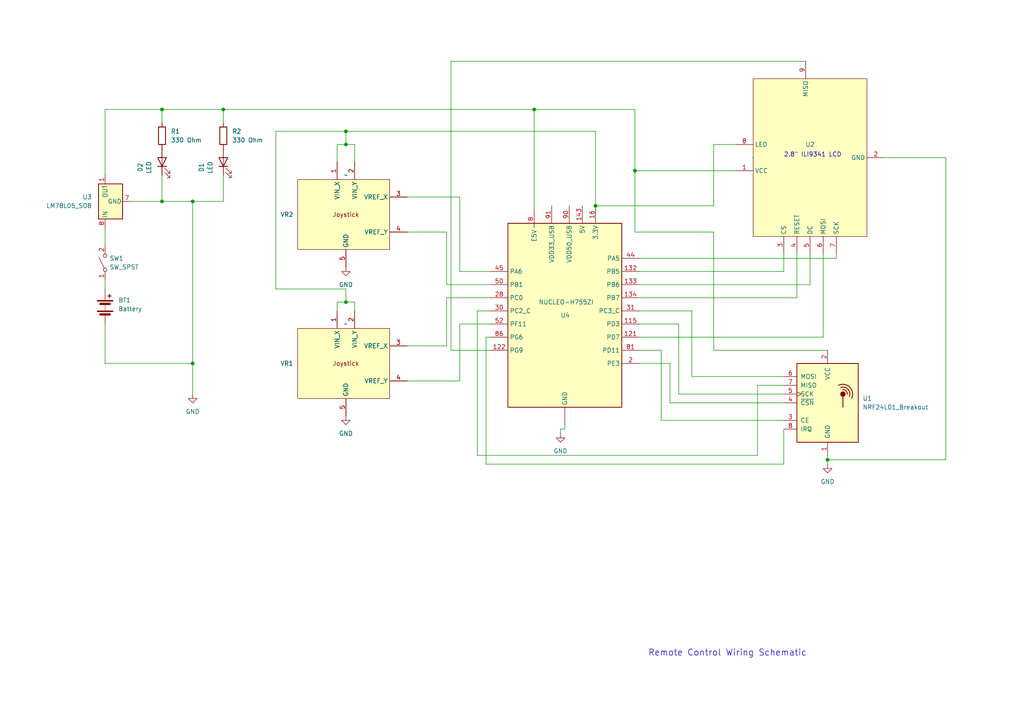
<source format=kicad_sch>
(kicad_sch (version 20230121) (generator eeschema)
  (paper "A4")
  (lib_symbols
    (symbol "Device:Battery" (pin_numbers hide) (pin_names (offset 0) hide)
      (property "Reference" "BT" (at 2.54 2.54 0))
      (property "Value" "Battery" (at 2.54 0 0))
      (symbol "Battery_0_1"
        (rectangle (start -2.286 -1.27) (end 2.286 -1.524) (fill (type outline)))
        (rectangle (start -2.286 1.778) (end 2.286 1.524) (fill (type outline)))
        (rectangle (start -1.524 -2.032) (end 1.524 -2.54) (fill (type outline)))
        (rectangle (start -1.524 1.016) (end 1.524 0.508) (fill (type outline)))
        (polyline (pts (xy 0 -1.016) (xy 0 -0.762)))
        (polyline (pts (xy 0 -0.508) (xy 0 -0.254)))
        (polyline (pts (xy 0 0) (xy 0 0.254)))
        (polyline (pts (xy 0 1.778) (xy 0 2.54)))
        (polyline (pts (xy 0.762 3.048) (xy 1.778 3.048)) (stroke (width 0.254)))
        (polyline (pts (xy 1.27 3.556) (xy 1.27 2.54)) (stroke (width 0.254)))
      )
      (symbol "Battery_1_1"
        (pin passive line (at 0 5.08 270) (length 2.54) (name "+") (number "1"))
        (pin passive line (at 0 -5.08 90) (length 2.54) (name "-") (number "2"))
      )
    )
    (symbol "Device:LED" (pin_numbers hide) (pin_names (offset 1.016) hide)
      (property "Reference" "D" (at 0 2.54 0))
      (property "Value" "LED" (at 0 -2.54 0))
      (symbol "LED_0_1"
        (polyline (pts (xy -1.27 -1.27) (xy -1.27 1.27)) (stroke (width 0.254)))
        (polyline (pts (xy -1.27 0) (xy 1.27 0)))
        (polyline (pts (xy 1.27 -1.27) (xy 1.27 1.27) (xy -1.27 0) (xy 1.27 -1.27)) (stroke (width 0.254)))
        (polyline (pts (xy -3.048 -0.762) (xy -4.572 -2.286) (xy -3.81 -2.286) (xy -4.572 -2.286) (xy -4.572 -1.524)))
        (polyline (pts (xy -1.778 -0.762) (xy -3.302 -2.286) (xy -2.54 -2.286) (xy -3.302 -2.286) (xy -3.302 -1.524)))
      )
      (symbol "LED_1_1"
        (pin passive line (at -3.81 0 0) (length 2.54) (name "K") (number "1"))
        (pin passive line (at 3.81 0 180) (length 2.54) (name "A") (number "2"))
      )
    )
    (symbol "Device:R" (pin_numbers hide) (pin_names (offset 0))
      (property "Reference" "R" (at 2.032 0 90))
      (property "Value" "R" (at 0 0 90))
      (symbol "R_0_1"
        (rectangle (start -1.016 -2.54) (end 1.016 2.54) (stroke (width 0.254)))
      )
      (symbol "R_1_1"
        (pin passive line (at 0 3.81 270) (length 1.27) (name "~") (number "1"))
        (pin passive line (at 0 -3.81 90) (length 1.27) (name "~") (number "2"))
      )
    )
    (symbol "RF:NRF24L01_Breakout" (pin_names (offset 1.016))
      (property "Reference" "U" (at -8.89 12.7 0))
      (property "Value" "NRF24L01_Breakout" (at 3.81 12.7 0))
      (symbol "NRF24L01_Breakout_0_1"
        (rectangle (start -8.89 11.43) (end 8.89 -11.43) (stroke (width 0.254)) (fill (type background)))
        (polyline (pts (xy 4.445 1.905) (xy 4.445 -1.27)) (stroke (width 0.254)))
        (circle (center 4.445 2.54) (radius 0.635) (stroke (width 0.254)) (fill (type outline)))
        (arc (start 5.715 2.54) (mid 5.3521 3.4546) (end 4.445 3.81) (stroke (width 0.254)))
        (arc (start 6.35 1.905) (mid 5.8763 3.9854) (end 3.81 4.445) (stroke (width 0.254)))
        (arc (start 6.985 1.27) (mid 6.453 4.548) (end 3.175 5.08) (stroke (width 0.254)))
      )
      (symbol "NRF24L01_Breakout_1_1"
        (pin power_in line (at 0 -15.24 90) (length 3.81) (name "GND") (number "1"))
        (pin power_in line (at 0 15.24 270) (length 3.81) (name "VCC") (number "2"))
        (pin input line (at -12.7 -5.08 0) (length 3.81) (name "CE") (number "3"))
        (pin input line (at -12.7 0 0) (length 3.81) (name "~{CSN}") (number "4"))
        (pin input clock (at -12.7 2.54 0) (length 3.81) (name "SCK") (number "5"))
        (pin input line (at -12.7 7.62 0) (length 3.81) (name "MOSI") (number "6"))
        (pin output line (at -12.7 5.08 0) (length 3.81) (name "MISO") (number "7"))
        (pin output line (at -12.7 -7.62 0) (length 3.81) (name "IRQ") (number "8"))
      )
    )
    (symbol "Regulator_Linear:LM78L05_SO8" (pin_names (offset 0.254))
      (property "Reference" "U" (at -3.81 3.175 0))
      (property "Value" "LM78L05_SO8" (at 0 3.175 0))
      (symbol "LM78L05_SO8_0_1"
        (rectangle (start -5.08 1.905) (end 5.08 -5.08) (stroke (width 0.254)) (fill (type background)))
      )
      (symbol "LM78L05_SO8_1_1"
        (pin power_out line (at 7.62 0 180) (length 2.54) (name "OUT") (number "1"))
        (pin passive line (at 0 -7.62 90) (length 2.54) hide (name "GND") (number "2"))
        (pin passive line (at 0 -7.62 90) (length 2.54) hide (name "GND") (number "3"))
        (pin no_connect line (at -5.08 -2.54 0) (length 2.54) hide (name "NC") (number "4"))
        (pin no_connect line (at 5.08 -2.54 180) (length 2.54) hide (name "NC") (number "5"))
        (pin passive line (at 0 -7.62 90) (length 2.54) hide (name "GND") (number "6"))
        (pin power_in line (at 0 -7.62 90) (length 2.54) (name "GND") (number "7"))
        (pin power_in line (at -7.62 0 0) (length 2.54) (name "IN") (number "8"))
      )
    )
    (symbol "SP_Library:2.8_ILI9341_LCD"
      (property "Reference" "U2" (at 0 -10.16 90))
      (property "Value" "~" (at 0 12.7 0))
      (symbol "2.8_ILI9341_LCD_1_1"
        (rectangle (start -22.86 12.7) (end 22.86 -20.32) (fill (type background)))
        (pin power_in line (at -3.81 17.78 270) (length 5.08) (name "VCC") (number "1"))
        (pin power_in line (at 0 -25.4 90) (length 5.08) (name "GND") (number "2"))
        (pin input line (at -27.94 3.81 0) (length 5.08) (name "CS") (number "3"))
        (pin input line (at -27.94 0 0) (length 5.08) (name "RESET") (number "4"))
        (pin input line (at -27.94 -3.81 0) (length 5.08) (name "DC") (number "5"))
        (pin input line (at -27.94 -7.62 0) (length 5.08) (name "MOSI") (number "6"))
        (pin input line (at -27.94 -11.43 0) (length 5.08) (name "SCK") (number "7"))
        (pin power_in line (at 3.81 17.78 270) (length 5.08) (name "LED") (number "8"))
        (pin output line (at 27.94 -2.54 180) (length 5.08) (name "MISO") (number "9"))
      )
    )
    (symbol "SP_Library:Joystick"
      (property "Reference" "VR" (at 0 0 0))
      (symbol "Joystick_1_1"
        (rectangle (start -13.97 -1.27) (end 12.7 -21.59) (fill (type background)))
        (text "Joystick" (at 0 -11.43 0) (effects (font (size 1.27 1.27))))
        (pin power_in line (at -2.54 3.81 270) (length 5.08) (name "VIN_X") (number "1"))
        (pin power_in line (at 2.54 3.81 270) (length 5.08) (name "VIN_Y") (number "2"))
        (pin output line (at 17.78 -6.35 180) (length 5.08) (name "VREF_X") (number "3"))
        (pin output line (at 17.78 -16.51 180) (length 5.08) (name "VREF_Y") (number "4"))
        (pin power_in line (at 0 -26.67 90) (length 5.08) (name "GND") (number "5"))
      )
    )
    (symbol "SP_Library:NUCLEO-H755ZI_RC"
      (property "Reference" "U" (at -16.51 30.48 0))
      (property "Value" "NUCLEO-H755ZI" (at -8.89 7.62 0))
      (symbol "NUCLEO-H755ZI_RC_0_1"
        (rectangle (start -16.51 26.67) (end 16.51 -26.67) (stroke (width 0.254)) (fill (type background)))
      )
      (symbol "NUCLEO-H755ZI_RC_1_1"
        (pin power_in line (at 0 -31.75 90) (length 5.08) (name "GND") (number ""))
        (pin bidirectional line (at 21.59 -2.54 180) (length 5.08) (name "PD3") (number "115"))
        (pin bidirectional line (at 21.59 -6.35 180) (length 5.08) (name "PD7") (number "121"))
        (pin bidirectional line (at -21.59 -10.16 0) (length 5.08) (name "PG9") (number "122"))
        (pin bidirectional line (at 21.59 12.7 180) (length 5.08) (name "PB5") (number "132"))
        (pin bidirectional line (at 21.59 8.89 180) (length 5.08) (name "PB6") (number "133"))
        (pin bidirectional line (at 21.59 5.08 180) (length 5.08) (name "PB7") (number "134"))
        (pin power_out line (at 5.08 31.75 270) (length 5.08) (name "5V") (number "143"))
        (pin power_out line (at 8.89 31.75 270) (length 5.08) (name "3.3V") (number "16"))
        (pin bidirectional line (at 21.59 -13.97 180) (length 5.08) (name "PE3") (number "2"))
        (pin bidirectional line (at -21.59 5.08 0) (length 5.08) (name "PC0") (number "28"))
        (pin bidirectional line (at -21.59 1.27 0) (length 5.08) (name "PC2_C") (number "30"))
        (pin bidirectional line (at 21.59 1.27 180) (length 5.08) (name "PC3_C") (number "31"))
        (pin bidirectional line (at 21.59 16.51 180) (length 5.08) (name "PA5") (number "44"))
        (pin bidirectional line (at -21.59 12.7 0) (length 5.08) (name "PA6") (number "45"))
        (pin bidirectional line (at -21.59 8.89 0) (length 5.08) (name "PB1") (number "50"))
        (pin bidirectional line (at -21.59 -2.54 0) (length 5.08) (name "PF11") (number "52"))
        (pin power_in line (at -8.89 30.48 270) (length 5.08) (name "E5V") (number "8"))
        (pin bidirectional line (at 21.59 -10.16 180) (length 5.08) (name "PD11") (number "81"))
        (pin bidirectional line (at -21.59 -6.35 0) (length 5.08) (name "PG6") (number "86"))
        (pin power_in line (at 1.27 31.75 270) (length 5.08) (name "VDD50_USB") (number "90"))
        (pin power_in line (at -3.81 31.75 270) (length 5.08) (name "VDD33_USB") (number "91"))
      )
    )
    (symbol "Switch:SW_SPST" (pin_names (offset 0) hide)
      (property "Reference" "SW" (at 0 3.175 0))
      (property "Value" "SW_SPST" (at 0 -2.54 0))
      (symbol "SW_SPST_0_0"
        (circle (center -2.032 0) (radius 0.508))
        (polyline (pts (xy -1.524 0.254) (xy 1.524 1.778)))
        (circle (center 2.032 0) (radius 0.508))
      )
      (symbol "SW_SPST_1_1"
        (pin passive line (at -5.08 0 0) (length 2.54) (name "A") (number "1"))
        (pin passive line (at 5.08 0 180) (length 2.54) (name "B") (number "2"))
      )
    )
    (symbol "power:GND" (power) (pin_names (offset 0))
      (property "Value" "GND" (at 0 -3.81 0))
      (symbol "GND_0_1"
        (polyline (pts (xy 0 0) (xy 0 -1.27) (xy 1.27 -1.27) (xy 0 -2.54) (xy -1.27 -1.27) (xy 0 -1.27)))
      )
      (symbol "GND_1_1"
        (pin power_in line (at 0 0 270) (length 0) hide (name "GND") (number "1"))
      )
    )
  )
  (junction (at 46.99 31.75))
  (junction (at 240.03 133.35))
  (junction (at 55.88 105.41))
  (junction (at 46.99 58.42))
  (junction (at 100.33 41.91))
  (junction (at 64.77 31.75))
  (junction (at 154.94 31.75))
  (junction (at 100.33 38.1))
  (junction (at 184.15 49.53))
  (junction (at 172.72 59.69))
  (junction (at 100.33 87.63))
  (junction (at 55.88 58.42))
  (wire (pts (xy 133.35 78.74) (xy 142.24 78.74)))
  (wire (pts (xy 46.99 31.75) (xy 46.99 35.56)))
  (wire (pts (xy 200.66 90.17) (xy 185.42 90.17)))
  (wire (pts (xy 30.48 31.75) (xy 30.48 50.8)))
  (wire (pts (xy 184.15 67.31) (xy 184.15 49.53)))
  (wire (pts (xy 184.15 49.53) (xy 184.15 31.75)))
  (wire (pts (xy 162.56 124.46) (xy 162.56 125.73)))
  (wire (pts (xy 80.01 38.1) (xy 80.01 83.82)))
  (wire (pts (xy 238.76 97.79) (xy 238.76 73.66)))
  (wire (pts (xy 200.66 109.22) (xy 200.66 90.17)))
  (wire (pts (xy 231.14 86.36) (xy 231.14 73.66)))
  (wire (pts (xy 172.72 59.69) (xy 207.01 59.69)))
  (wire (pts (xy 118.11 67.31) (xy 129.54 67.31)))
  (wire (pts (xy 97.79 46.99) (xy 97.79 41.91)))
  (wire (pts (xy 207.01 101.6) (xy 240.03 101.6)))
  (wire (pts (xy 55.88 58.42) (xy 55.88 105.41)))
  (wire (pts (xy 46.99 31.75) (xy 64.77 31.75)))
  (wire (pts (xy 219.71 132.08) (xy 219.71 111.76)))
  (wire (pts (xy 100.33 41.91) (xy 100.33 38.1)))
  (wire (pts (xy 196.85 114.3) (xy 196.85 93.98)))
  (wire (pts (xy 30.48 93.98) (xy 30.48 105.41)))
  (wire (pts (xy 97.79 87.63) (xy 100.33 87.63)))
  (wire (pts (xy 185.42 74.93) (xy 242.57 74.93)))
  (wire (pts (xy 207.01 41.91) (xy 213.36 41.91)))
  (wire (pts (xy 240.03 134.62) (xy 240.03 133.35)))
  (wire (pts (xy 207.01 41.91) (xy 207.01 59.69)))
  (wire (pts (xy 185.42 86.36) (xy 231.14 86.36)))
  (wire (pts (xy 97.79 90.17) (xy 97.79 87.63)))
  (wire (pts (xy 185.42 78.74) (xy 227.33 78.74)))
  (wire (pts (xy 172.72 38.1) (xy 172.72 59.69)))
  (wire (pts (xy 130.81 17.78) (xy 233.68 17.78)))
  (wire (pts (xy 129.54 86.36) (xy 142.24 86.36)))
  (wire (pts (xy 163.83 123.19) (xy 163.83 124.46)))
  (wire (pts (xy 227.33 109.22) (xy 200.66 109.22)))
  (wire (pts (xy 102.87 41.91) (xy 102.87 46.99)))
  (wire (pts (xy 129.54 100.33) (xy 129.54 86.36)))
  (wire (pts (xy 100.33 87.63) (xy 100.33 83.82)))
  (wire (pts (xy 30.48 31.75) (xy 46.99 31.75)))
  (wire (pts (xy 46.99 50.8) (xy 46.99 58.42)))
  (wire (pts (xy 55.88 114.3) (xy 55.88 105.41)))
  (wire (pts (xy 102.87 87.63) (xy 102.87 90.17)))
  (wire (pts (xy 30.48 81.28) (xy 30.48 83.82)))
  (wire (pts (xy 80.01 83.82) (xy 100.33 83.82)))
  (wire (pts (xy 185.42 97.79) (xy 238.76 97.79)))
  (wire (pts (xy 213.36 49.53) (xy 184.15 49.53)))
  (wire (pts (xy 55.88 58.42) (xy 64.77 58.42)))
  (wire (pts (xy 118.11 57.15) (xy 133.35 57.15)))
  (wire (pts (xy 227.33 134.62) (xy 140.97 134.62)))
  (wire (pts (xy 46.99 58.42) (xy 55.88 58.42)))
  (wire (pts (xy 227.33 121.92) (xy 191.77 121.92)))
  (wire (pts (xy 38.1 58.42) (xy 46.99 58.42)))
  (wire (pts (xy 154.94 31.75) (xy 154.94 60.96)))
  (wire (pts (xy 133.35 57.15) (xy 133.35 78.74)))
  (wire (pts (xy 242.57 74.93) (xy 242.57 73.66)))
  (wire (pts (xy 191.77 121.92) (xy 191.77 101.6)))
  (wire (pts (xy 240.03 133.35) (xy 274.32 133.35)))
  (wire (pts (xy 194.31 116.84) (xy 227.33 116.84)))
  (wire (pts (xy 191.77 101.6) (xy 185.42 101.6)))
  (wire (pts (xy 185.42 82.55) (xy 234.95 82.55)))
  (wire (pts (xy 227.33 124.46) (xy 227.33 134.62)))
  (wire (pts (xy 163.83 124.46) (xy 162.56 124.46)))
  (wire (pts (xy 142.24 101.6) (xy 130.81 101.6)))
  (wire (pts (xy 64.77 31.75) (xy 154.94 31.75)))
  (wire (pts (xy 274.32 45.72) (xy 274.32 133.35)))
  (wire (pts (xy 172.72 59.69) (xy 172.72 62.23)))
  (wire (pts (xy 194.31 105.41) (xy 194.31 116.84)))
  (wire (pts (xy 100.33 41.91) (xy 102.87 41.91)))
  (wire (pts (xy 80.01 38.1) (xy 100.33 38.1)))
  (wire (pts (xy 30.48 105.41) (xy 55.88 105.41)))
  (wire (pts (xy 234.95 82.55) (xy 234.95 73.66)))
  (wire (pts (xy 133.35 93.98) (xy 142.24 93.98)))
  (wire (pts (xy 207.01 67.31) (xy 184.15 67.31)))
  (wire (pts (xy 30.48 71.12) (xy 30.48 66.04)))
  (wire (pts (xy 240.03 133.35) (xy 240.03 132.08)))
  (wire (pts (xy 118.11 110.49) (xy 133.35 110.49)))
  (wire (pts (xy 118.11 100.33) (xy 129.54 100.33)))
  (wire (pts (xy 140.97 134.62) (xy 140.97 97.79)))
  (wire (pts (xy 140.97 97.79) (xy 142.24 97.79)))
  (wire (pts (xy 97.79 41.91) (xy 100.33 41.91)))
  (wire (pts (xy 64.77 35.56) (xy 64.77 31.75)))
  (wire (pts (xy 129.54 82.55) (xy 142.24 82.55)))
  (wire (pts (xy 185.42 93.98) (xy 196.85 93.98)))
  (wire (pts (xy 130.81 101.6) (xy 130.81 17.78)))
  (wire (pts (xy 129.54 67.31) (xy 129.54 82.55)))
  (wire (pts (xy 133.35 110.49) (xy 133.35 93.98)))
  (wire (pts (xy 227.33 78.74) (xy 227.33 73.66)))
  (wire (pts (xy 184.15 31.75) (xy 154.94 31.75)))
  (wire (pts (xy 185.42 105.41) (xy 194.31 105.41)))
  (wire (pts (xy 227.33 114.3) (xy 196.85 114.3)))
  (wire (pts (xy 274.32 45.72) (xy 256.54 45.72)))
  (wire (pts (xy 142.24 90.17) (xy 138.43 90.17)))
  (wire (pts (xy 219.71 111.76) (xy 227.33 111.76)))
  (wire (pts (xy 100.33 38.1) (xy 172.72 38.1)))
  (wire (pts (xy 100.33 87.63) (xy 102.87 87.63)))
  (wire (pts (xy 64.77 58.42) (xy 64.77 50.8)))
  (wire (pts (xy 138.43 132.08) (xy 219.71 132.08)))
  (wire (pts (xy 138.43 90.17) (xy 138.43 132.08)))
  (wire (pts (xy 207.01 101.6) (xy 207.01 67.31)))
  (text "Remote Control Wiring Schematic" (at 187.96 190.5 0) (effects (font (size 1.8 1.8)) (justify left bottom)))
  (text "2.8\" ILI9341 LCD" (at 227.33 45.72 0) (effects (font (size 1.27 1.27)) (justify left bottom)))
  (symbol (lib_id "SP_Library:2.8_ILI9341_LCD") (at 231.14 45.72 90) (unit 1)
    (property "Reference" "U2" (at 234.95 41.91 90))
    (property "Value" "~" (at 218.44 45.72 0))
  )
  (symbol (lib_id "Switch:SW_SPST") (at 30.48 76.2 90) (unit 1)
    (property "Reference" "SW1" (at 31.75 74.93 90) (effects (justify right)))
    (property "Value" "SW_SPST" (at 31.75 77.47 90) (effects (justify right)))
  )
  (symbol (lib_id "Device:LED") (at 64.77 46.99 90) (unit 1)
    (property "Reference" "D1" (at 58.42 48.5775 0))
    (property "Value" "LED" (at 60.96 48.5775 0))
  )
  (symbol (lib_id "SP_Library:NUCLEO-H755ZI_RC") (at 163.83 91.44 0) (unit 1)
    (property "Reference" "U4" (at 162.56 91.44 0) (effects (justify left)))
    (property "Value" "NUCLEO-H755ZI" (at 156.21 87.63 0) (effects (justify left)))
    (property "Footprint" "Package_QFP:LQFP-144_20x20mm_P0.5mm" (effects hide))
    (property "Datasheet" "https://www.st.com/resource/en/datasheet/stm32h755zi.pdf" (effects hide))
  )
  (symbol (lib_id "Regulator_Linear:LM78L05_SO8") (at 30.48 58.42 90) (unit 1)
    (property "Reference" "U3" (at 26.67 57.15 90) (effects (justify left)))
    (property "Value" "LM78L05_SO8" (at 26.67 59.69 90) (effects (justify left)))
    (property "Footprint" "Package_SO:SOIC-8_3.9x4.9mm_P1.27mm" (effects hide))
    (property "Datasheet" "https://www.onsemi.com/pub/Collateral/MC78L06A-D.pdf" (effects hide))
  )
  (symbol (lib_id "Device:R") (at 46.99 39.37 0) (unit 1)
    (property "Reference" "R1" (at 49.53 38.1 0) (effects (justify left)))
    (property "Value" "330 Ohm" (at 49.53 40.64 0) (effects (justify left)))
  )
  (symbol (lib_id "power:GND") (at 162.56 125.73 0) (unit 1)
    (property "Reference" "#PWR05" (effects hide))
    (property "Value" "GND" (at 162.56 130.81 0))
  )
  (symbol (lib_id "Device:LED") (at 46.99 46.99 90) (unit 1)
    (property "Reference" "D2" (at 40.64 48.5775 0))
    (property "Value" "LED" (at 43.18 48.5775 0))
  )
  (symbol (lib_id "power:GND") (at 100.33 77.47 0) (unit 1)
    (property "Reference" "#PWR02" (effects hide))
    (property "Value" "GND" (at 100.33 82.55 0))
  )
  (symbol (lib_id "SP_Library:Joystick") (at 100.33 93.98 0) (unit 1)
    (property "Reference" "VR1" (at 85.09 105.41 0) (effects (justify right)))
    (property "Value" "~" (at 100.33 93.98 0))
  )
  (symbol (lib_id "SP_Library:Joystick") (at 100.33 50.8 0) (unit 1)
    (property "Reference" "VR2" (at 85.09 62.23 0) (effects (justify right)))
    (property "Value" "~" (at 100.33 50.8 0))
  )
  (symbol (lib_id "Device:R") (at 64.77 39.37 0) (unit 1)
    (property "Reference" "R2" (at 67.31 38.1 0) (effects (justify left)))
    (property "Value" "330 Ohm" (at 67.31 40.64 0) (effects (justify left)))
  )
  (symbol (lib_id "power:GND") (at 240.03 134.62 0) (unit 1)
    (property "Reference" "#PWR04" (effects hide))
    (property "Value" "GND" (at 240.03 139.7 0))
  )
  (symbol (lib_id "RF:NRF24L01_Breakout") (at 240.03 116.84 0) (unit 1)
    (property "Reference" "U1" (at 250.19 115.57 0) (effects (justify left)))
    (property "Value" "NRF24L01_Breakout" (at 250.19 118.11 0) (effects (justify left)))
    (property "Footprint" "RF_Module:nRF24L01_Breakout" (effects hide))
    (property "Datasheet" "http://www.nordicsemi.com/eng/content/download/2730/34105/file/nRF24L01_Product_Specification_v2_0.pdf" (effects hide))
  )
  (symbol (lib_id "Device:Battery") (at 30.48 88.9 0) (unit 1)
    (property "Reference" "BT1" (at 34.29 87.0585 0) (effects (justify left)))
    (property "Value" "Battery" (at 34.29 89.5985 0) (effects (justify left)))
  )
  (symbol (lib_id "power:GND") (at 100.33 120.65 0) (unit 1)
    (property "Reference" "#PWR03" (effects hide))
    (property "Value" "GND" (at 100.33 125.73 0))
  )
  (symbol (lib_id "power:GND") (at 55.88 114.3 0) (unit 1)
    (property "Reference" "#PWR01" (effects hide))
    (property "Value" "GND" (at 55.88 119.38 0))
  )
)
</source>
